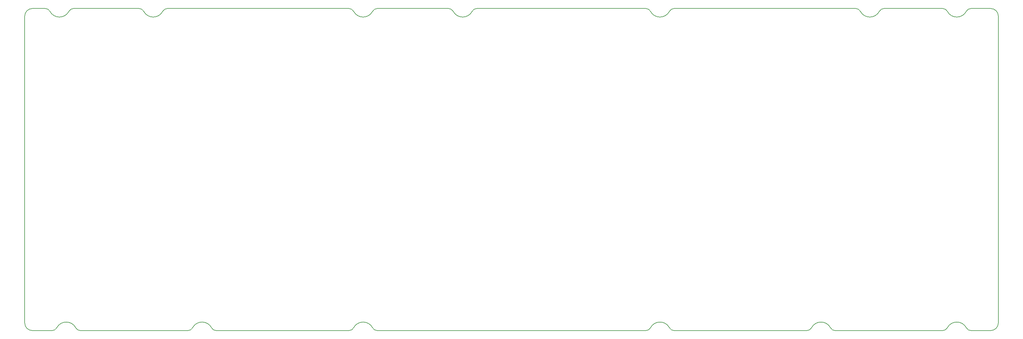
<source format=gm1>
G04 #@! TF.GenerationSoftware,KiCad,Pcbnew,8.0.4*
G04 #@! TF.CreationDate,2024-08-26T20:04:34+02:00*
G04 #@! TF.ProjectId,keyboard,6b657962-6f61-4726-942e-6b696361645f,rev?*
G04 #@! TF.SameCoordinates,Original*
G04 #@! TF.FileFunction,Profile,NP*
%FSLAX46Y46*%
G04 Gerber Fmt 4.6, Leading zero omitted, Abs format (unit mm)*
G04 Created by KiCad (PCBNEW 8.0.4) date 2024-08-26 20:04:34*
%MOMM*%
%LPD*%
G01*
G04 APERTURE LIST*
G04 #@! TA.AperFunction,Profile*
%ADD10C,0.200000*%
G04 #@! TD*
G04 APERTURE END LIST*
D10*
X3943071Y8193544D02*
G75*
G02*
X-1643071Y8193545I-2793071J1456456D01*
G01*
X221044429Y-84393548D02*
G75*
G02*
X219714395Y-85199995I-1330029J693548D01*
G01*
X173956928Y-84393543D02*
G75*
G02*
X172626895Y-85199992I-1330028J693543D01*
G01*
X234001894Y9000000D02*
G75*
G02*
X235331964Y8193567I106J-1499900D01*
G01*
X273450000Y9000000D02*
X267673132Y8999779D01*
X172626895Y-85199995D02*
X94073105Y-85199995D01*
X-9000000Y6750000D02*
X-9000000Y-82950000D01*
X273450000Y9000000D02*
G75*
G02*
X275700000Y6750000I0J-2250000D01*
G01*
X-973106Y-85199996D02*
X-6750000Y-85200000D01*
X31368071Y8193548D02*
G75*
G02*
X25781929Y8193549I-2793071J1456452D01*
G01*
X356929Y-84393544D02*
G75*
G02*
X5943071Y-84393545I2793071J-1456456D01*
G01*
X259426920Y8999779D02*
X242248106Y9000000D01*
X219714395Y-85200000D02*
X180873107Y-85199995D01*
X85826893Y-85199995D02*
X46985606Y-85200000D01*
X240918071Y8193548D02*
G75*
G02*
X235331929Y8193549I-2793071J1456452D01*
G01*
X234001894Y9000000D02*
X180873105Y8999995D01*
X87156928Y-84393543D02*
G75*
G02*
X92743072Y-84393543I2793072J-1456457D01*
G01*
X40069429Y-84393548D02*
G75*
G02*
X38739395Y-85199995I-1330029J693548D01*
G01*
X85826894Y8999996D02*
X32698106Y9000000D01*
X259426895Y-85199995D02*
X227960606Y-85200000D01*
X173956930Y-84393543D02*
G75*
G02*
X179543071Y-84393545I2793070J-1456457D01*
G01*
X87156926Y-84393543D02*
G75*
G02*
X85826893Y-85199990I-1330026J693543D01*
G01*
X94073105Y-85199995D02*
G75*
G02*
X92743100Y-84393528I95J1500095D01*
G01*
X114939394Y9000000D02*
G75*
G02*
X116269480Y8193576I6J-1500100D01*
G01*
X-6750000Y-85200000D02*
G75*
G02*
X-9000000Y-82950000I1J2250001D01*
G01*
X260756928Y-84393543D02*
G75*
G02*
X259426895Y-85199992I-1330028J693543D01*
G01*
X7273106Y-85199996D02*
G75*
G02*
X5943070Y-84393545I44J1500076D01*
G01*
X24451894Y9000000D02*
X5273106Y8999996D01*
X31368072Y8193548D02*
G75*
G02*
X32698106Y8999994I1330028J-693548D01*
G01*
X92743071Y8193544D02*
G75*
G02*
X87156929Y8193545I-2793071J1456456D01*
G01*
X259426920Y8999779D02*
G75*
G02*
X260756943Y8193321I180J-1499679D01*
G01*
X240918072Y8193548D02*
G75*
G02*
X242248106Y8999994I1330028J-693548D01*
G01*
X260756930Y-84393543D02*
G75*
G02*
X266343071Y-84393545I2793070J-1456457D01*
G01*
X24451894Y9000000D02*
G75*
G02*
X25781980Y8193576I6J-1500100D01*
G01*
X40069428Y-84393548D02*
G75*
G02*
X45655572Y-84393548I2793072J-1456451D01*
G01*
X46985606Y-85200000D02*
G75*
G02*
X45655567Y-84393551I-6J1500000D01*
G01*
X114939394Y9000000D02*
X94073106Y8999996D01*
X180873107Y-85199995D02*
G75*
G02*
X179543022Y-84393570I-7J1500095D01*
G01*
X121855572Y8193548D02*
G75*
G02*
X123185606Y8999994I1330028J-693548D01*
G01*
X267673107Y-85199995D02*
G75*
G02*
X266343039Y-84393561I-107J1499895D01*
G01*
X92743072Y8193544D02*
G75*
G02*
X94073106Y8999993I1330028J-693544D01*
G01*
X3943072Y8193544D02*
G75*
G02*
X5273106Y8999993I1330028J-693544D01*
G01*
X172626893Y8999995D02*
X123185606Y9000000D01*
X356927Y-84393544D02*
G75*
G02*
X-973106Y-85199996I-1330038J693554D01*
G01*
X179543071Y8193543D02*
G75*
G02*
X180873105Y8999993I1330029J-693543D01*
G01*
X-9000000Y6750000D02*
G75*
G02*
X-6750000Y9000000I2250001J-1D01*
G01*
X-2973106Y8999996D02*
X-6750000Y9000000D01*
X275700000Y-82950000D02*
X275700000Y6750000D01*
X172626893Y8999995D02*
G75*
G02*
X173956978Y8193570I7J-1500095D01*
G01*
X227960606Y-85200000D02*
G75*
G02*
X226630567Y-84393551I-6J1500000D01*
G01*
X273450000Y-85200000D02*
X267673107Y-85199995D01*
X266343097Y8193327D02*
G75*
G02*
X260756914Y8193306I-2793097J1456473D01*
G01*
X-2973106Y8999996D02*
G75*
G02*
X-1643071Y8193545I-44J-1500075D01*
G01*
X275700000Y-82950000D02*
G75*
G02*
X273450000Y-85200000I-2250000J0D01*
G01*
X38739395Y-85200000D02*
X7273106Y-85199996D01*
X121855571Y8193548D02*
G75*
G02*
X116269429Y8193549I-2793071J1456452D01*
G01*
X266343098Y8193327D02*
G75*
G02*
X267673132Y8999762I1330002J-693527D01*
G01*
X85826894Y8999996D02*
G75*
G02*
X87156900Y8193530I-94J-1500096D01*
G01*
X221044428Y-84393548D02*
G75*
G02*
X226630572Y-84393548I2793072J-1456451D01*
G01*
X179543070Y8193543D02*
G75*
G02*
X173956929Y8193545I-2793070J1456457D01*
G01*
M02*

</source>
